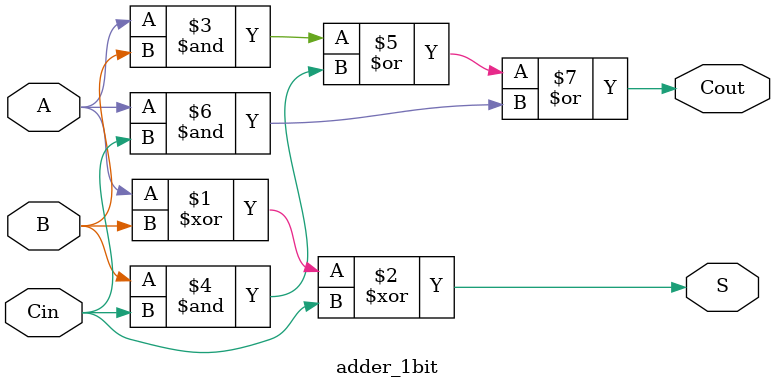
<source format=v>
module adder_1bit(A, B, Cin, S, Cout);

input A, B, Cin;

output S, Cout;


assign S = A ^ B ^ Cin;

assign Cout = (A & B) | (B & Cin) | (A & Cin);

endmodule






</source>
